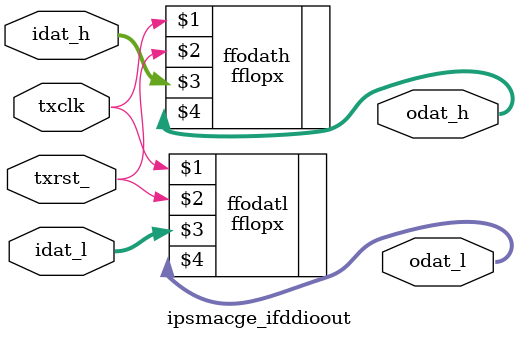
<source format=v>

module ipsmacge_ifddioout
    (
     txclk,
     txrst_,
     idat_h,
     idat_l,
     odat_h,
     odat_l
     );

////////////////////////////////////////////////////////////////////////////////
// Parameter declarations
parameter DW = 4; // width data

////////////////////////////////////////////////////////////////////////////////
// input declarations
input             txrst_;
input             txclk;
// input from phys chip

input [DW-1: 0]   idat_h; // input data at posedge of clk
input [DW-1: 0]   idat_l; // input data at negedge of clk
// output data
output [DW-1: 0]  odat_h;   // output data
output [DW-1: 0]  odat_l;   // output data

////////////////////////////////////////////////////////////////////////////////
// signal declarations0
wire [DW-1:0]     odat_h;
wire [DW-1:0]     odat_l;

////////////////////////////////////////////////////////////////////////////////
// Local logic and instantiation

fflopx #(DW) ffodath (txclk, txrst_, idat_h, odat_h);
fflopx #(DW) ffodatl (txclk, txrst_, idat_l, odat_l);

endmodule

</source>
